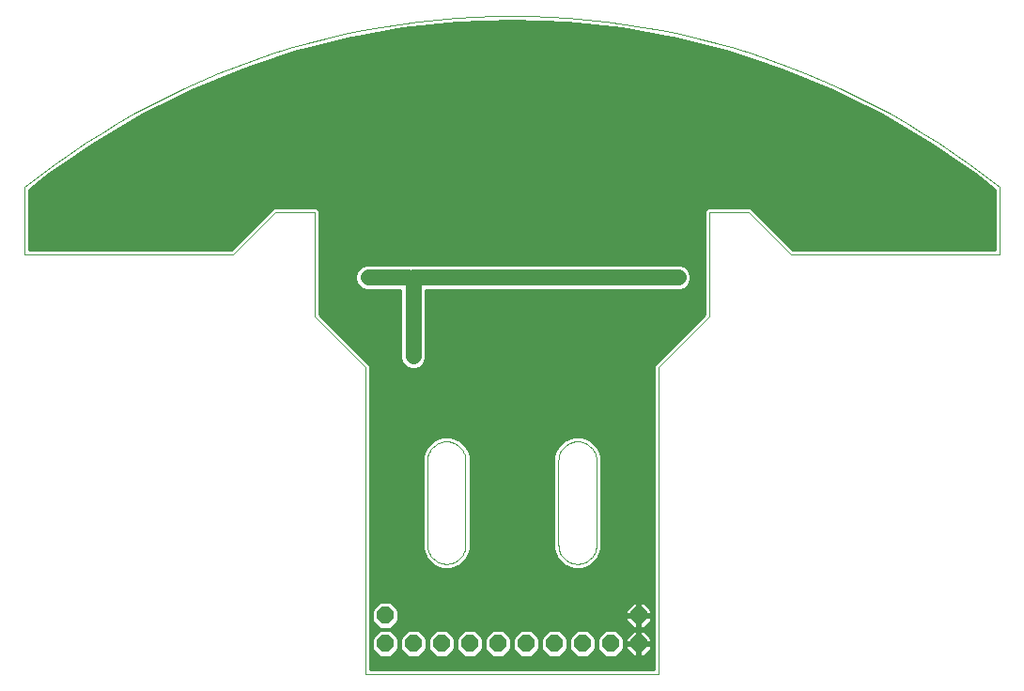
<source format=gbl>
G75*
%MOIN*%
%OFA0B0*%
%FSLAX24Y24*%
%IPPOS*%
%LPD*%
%AMOC8*
5,1,8,0,0,1.08239X$1,22.5*
%
%ADD10C,0.0000*%
%ADD11OC8,0.0600*%
%ADD12C,0.0317*%
%ADD13C,0.0560*%
%ADD14C,0.0100*%
%ADD15C,0.0356*%
D10*
X012260Y000228D02*
X012260Y011128D01*
X010460Y012928D01*
X010460Y016628D01*
X009060Y016628D01*
X007560Y015128D01*
X000160Y015128D01*
X000160Y017528D01*
X014460Y007828D02*
X014460Y004828D01*
X014462Y004778D01*
X014468Y004727D01*
X014477Y004678D01*
X014490Y004629D01*
X014507Y004581D01*
X014527Y004535D01*
X014550Y004491D01*
X014577Y004448D01*
X014607Y004407D01*
X014640Y004369D01*
X014676Y004333D01*
X014714Y004300D01*
X014755Y004270D01*
X014798Y004243D01*
X014842Y004220D01*
X014888Y004200D01*
X014936Y004183D01*
X014985Y004170D01*
X015034Y004161D01*
X015085Y004155D01*
X015135Y004153D01*
X015185Y004155D01*
X015236Y004161D01*
X015285Y004170D01*
X015334Y004183D01*
X015382Y004200D01*
X015428Y004220D01*
X015473Y004243D01*
X015515Y004270D01*
X015556Y004300D01*
X015594Y004333D01*
X015630Y004369D01*
X015663Y004407D01*
X015693Y004448D01*
X015720Y004491D01*
X015743Y004535D01*
X015763Y004581D01*
X015780Y004629D01*
X015793Y004678D01*
X015802Y004727D01*
X015808Y004778D01*
X015810Y004828D01*
X015810Y007828D01*
X015808Y007878D01*
X015802Y007929D01*
X015793Y007978D01*
X015780Y008027D01*
X015763Y008075D01*
X015743Y008121D01*
X015720Y008166D01*
X015693Y008208D01*
X015663Y008249D01*
X015630Y008287D01*
X015594Y008323D01*
X015556Y008356D01*
X015515Y008386D01*
X015473Y008413D01*
X015428Y008436D01*
X015382Y008456D01*
X015334Y008473D01*
X015285Y008486D01*
X015236Y008495D01*
X015185Y008501D01*
X015135Y008503D01*
X015085Y008501D01*
X015034Y008495D01*
X014985Y008486D01*
X014936Y008473D01*
X014888Y008456D01*
X014842Y008436D01*
X014798Y008413D01*
X014755Y008386D01*
X014714Y008356D01*
X014676Y008323D01*
X014640Y008287D01*
X014607Y008249D01*
X014577Y008208D01*
X014550Y008166D01*
X014527Y008121D01*
X014507Y008075D01*
X014490Y008027D01*
X014477Y007978D01*
X014468Y007929D01*
X014462Y007878D01*
X014460Y007828D01*
X019110Y007828D02*
X019110Y004828D01*
X019112Y004778D01*
X019118Y004727D01*
X019127Y004678D01*
X019140Y004629D01*
X019157Y004581D01*
X019177Y004535D01*
X019200Y004491D01*
X019227Y004448D01*
X019257Y004407D01*
X019290Y004369D01*
X019326Y004333D01*
X019364Y004300D01*
X019405Y004270D01*
X019448Y004243D01*
X019492Y004220D01*
X019538Y004200D01*
X019586Y004183D01*
X019635Y004170D01*
X019684Y004161D01*
X019735Y004155D01*
X019785Y004153D01*
X019835Y004155D01*
X019886Y004161D01*
X019935Y004170D01*
X019984Y004183D01*
X020032Y004200D01*
X020078Y004220D01*
X020123Y004243D01*
X020165Y004270D01*
X020206Y004300D01*
X020244Y004333D01*
X020280Y004369D01*
X020313Y004407D01*
X020343Y004448D01*
X020370Y004491D01*
X020393Y004535D01*
X020413Y004581D01*
X020430Y004629D01*
X020443Y004678D01*
X020452Y004727D01*
X020458Y004778D01*
X020460Y004828D01*
X020460Y007828D01*
X020458Y007878D01*
X020452Y007929D01*
X020443Y007978D01*
X020430Y008027D01*
X020413Y008075D01*
X020393Y008121D01*
X020370Y008166D01*
X020343Y008208D01*
X020313Y008249D01*
X020280Y008287D01*
X020244Y008323D01*
X020206Y008356D01*
X020165Y008386D01*
X020123Y008413D01*
X020078Y008436D01*
X020032Y008456D01*
X019984Y008473D01*
X019935Y008486D01*
X019886Y008495D01*
X019835Y008501D01*
X019785Y008503D01*
X019735Y008501D01*
X019684Y008495D01*
X019635Y008486D01*
X019586Y008473D01*
X019538Y008456D01*
X019492Y008436D01*
X019448Y008413D01*
X019405Y008386D01*
X019364Y008356D01*
X019326Y008323D01*
X019290Y008287D01*
X019257Y008249D01*
X019227Y008208D01*
X019200Y008166D01*
X019177Y008121D01*
X019157Y008075D01*
X019140Y008027D01*
X019127Y007978D01*
X019118Y007929D01*
X019112Y007878D01*
X019110Y007828D01*
X022660Y011128D02*
X024460Y012928D01*
X024460Y016628D01*
X025860Y016628D01*
X027360Y015128D01*
X034760Y015128D01*
X034760Y017528D01*
X022660Y011128D02*
X022660Y000228D01*
X012260Y000228D01*
X000160Y017528D02*
X000686Y017940D01*
X001221Y018338D01*
X001766Y018724D01*
X002320Y019097D01*
X002883Y019456D01*
X003454Y019801D01*
X004034Y020132D01*
X004621Y020450D01*
X005216Y020753D01*
X005818Y021041D01*
X006427Y021315D01*
X007042Y021574D01*
X007663Y021818D01*
X008291Y022047D01*
X008923Y022261D01*
X009560Y022460D01*
X010202Y022643D01*
X010849Y022810D01*
X011499Y022962D01*
X012152Y023098D01*
X012809Y023219D01*
X013468Y023323D01*
X014130Y023412D01*
X014794Y023484D01*
X015459Y023540D01*
X016125Y023581D01*
X016792Y023605D01*
X017460Y023613D01*
X018128Y023605D01*
X018795Y023581D01*
X019461Y023540D01*
X020126Y023484D01*
X020790Y023412D01*
X021452Y023323D01*
X022111Y023219D01*
X022768Y023098D01*
X023421Y022962D01*
X024071Y022810D01*
X024718Y022643D01*
X025360Y022460D01*
X025997Y022261D01*
X026629Y022047D01*
X027257Y021818D01*
X027878Y021574D01*
X028493Y021315D01*
X029102Y021041D01*
X029704Y020753D01*
X030299Y020450D01*
X030886Y020132D01*
X031466Y019801D01*
X032037Y019456D01*
X032600Y019097D01*
X033154Y018724D01*
X033699Y018338D01*
X034234Y017940D01*
X034760Y017528D01*
D11*
X021960Y002328D03*
X021960Y001328D03*
X020960Y001328D03*
X019960Y001328D03*
X018960Y001328D03*
X017960Y001328D03*
X016960Y001328D03*
X015960Y001328D03*
X014960Y001328D03*
X013960Y001328D03*
X012960Y001328D03*
X012960Y002328D03*
D12*
X012360Y014328D03*
X013760Y014328D03*
X015360Y014328D03*
X016960Y014328D03*
X018560Y014328D03*
X020160Y014328D03*
X021760Y014328D03*
X023360Y014328D03*
X028360Y018328D03*
X032660Y017128D03*
X023960Y019528D03*
X019460Y020728D03*
X015160Y020728D03*
X010860Y019528D03*
X006560Y018328D03*
X002260Y017128D03*
D13*
X012360Y014328D02*
X013760Y014328D01*
X013960Y014328D02*
X013960Y011528D01*
X013960Y014328D02*
X015360Y014328D01*
X016960Y014328D01*
X018560Y014328D01*
X020160Y014328D01*
X021760Y014328D01*
X023360Y014328D01*
D14*
X023669Y014656D02*
X024290Y014656D01*
X024290Y014754D02*
X023507Y014754D01*
X023449Y014778D02*
X017049Y014778D01*
X013870Y014778D01*
X013860Y014774D01*
X013849Y014778D01*
X012270Y014778D01*
X012105Y014710D01*
X011978Y014583D01*
X011910Y014418D01*
X011910Y014239D01*
X011978Y014074D01*
X012105Y013947D01*
X012270Y013878D01*
X013510Y013878D01*
X013510Y011439D01*
X013578Y011274D01*
X013705Y011147D01*
X013870Y011078D01*
X014049Y011078D01*
X014215Y011147D01*
X014341Y011274D01*
X014410Y011439D01*
X014410Y013878D01*
X023449Y013878D01*
X023615Y013947D01*
X023741Y014074D01*
X023810Y014239D01*
X023810Y014418D01*
X023741Y014583D01*
X023615Y014710D01*
X023449Y014778D01*
X023752Y014557D02*
X024290Y014557D01*
X024290Y014459D02*
X023793Y014459D01*
X023810Y014360D02*
X024290Y014360D01*
X024290Y014262D02*
X023810Y014262D01*
X023778Y014163D02*
X024290Y014163D01*
X024290Y014065D02*
X023733Y014065D01*
X023634Y013966D02*
X024290Y013966D01*
X024290Y013868D02*
X014410Y013868D01*
X014410Y013769D02*
X024290Y013769D01*
X024290Y013671D02*
X014410Y013671D01*
X014410Y013572D02*
X024290Y013572D01*
X024290Y013474D02*
X014410Y013474D01*
X014410Y013375D02*
X024290Y013375D01*
X024290Y013277D02*
X014410Y013277D01*
X014410Y013178D02*
X024290Y013178D01*
X024290Y013080D02*
X014410Y013080D01*
X014410Y012981D02*
X024272Y012981D01*
X024290Y012999D02*
X022490Y011199D01*
X022490Y000398D01*
X012430Y000398D01*
X012430Y011199D01*
X010630Y012999D01*
X010630Y016558D01*
X010630Y016699D01*
X010530Y016798D01*
X008989Y016798D01*
X007489Y015298D01*
X000330Y015298D01*
X000330Y017445D01*
X001039Y017994D01*
X002647Y019107D01*
X004330Y020102D01*
X006080Y020975D01*
X007887Y021721D01*
X009743Y022337D01*
X011637Y022819D01*
X013562Y023165D01*
X015506Y023374D01*
X017460Y023443D01*
X019414Y023374D01*
X021358Y023165D01*
X023282Y022819D01*
X025177Y022337D01*
X027033Y021721D01*
X028840Y020975D01*
X030589Y020102D01*
X032272Y019107D01*
X033880Y017994D01*
X034590Y017445D01*
X034590Y015298D01*
X027430Y015298D01*
X025930Y016798D01*
X024389Y016798D01*
X024290Y016699D01*
X024290Y012999D01*
X024174Y012883D02*
X014410Y012883D01*
X014410Y012784D02*
X024075Y012784D01*
X023977Y012686D02*
X014410Y012686D01*
X014410Y012587D02*
X023878Y012587D01*
X023780Y012489D02*
X014410Y012489D01*
X014410Y012390D02*
X023681Y012390D01*
X023583Y012292D02*
X014410Y012292D01*
X014410Y012193D02*
X023484Y012193D01*
X023386Y012095D02*
X014410Y012095D01*
X014410Y011996D02*
X023287Y011996D01*
X023189Y011898D02*
X014410Y011898D01*
X014410Y011799D02*
X023090Y011799D01*
X022992Y011701D02*
X014410Y011701D01*
X014410Y011602D02*
X022893Y011602D01*
X022795Y011504D02*
X014410Y011504D01*
X014396Y011405D02*
X022696Y011405D01*
X022598Y011307D02*
X014355Y011307D01*
X014276Y011208D02*
X022499Y011208D01*
X022490Y011110D02*
X014125Y011110D01*
X013794Y011110D02*
X012430Y011110D01*
X012430Y011011D02*
X022490Y011011D01*
X022490Y010913D02*
X012430Y010913D01*
X012430Y010814D02*
X022490Y010814D01*
X022490Y010716D02*
X012430Y010716D01*
X012430Y010617D02*
X022490Y010617D01*
X022490Y010519D02*
X012430Y010519D01*
X012430Y010420D02*
X022490Y010420D01*
X022490Y010322D02*
X012430Y010322D01*
X012430Y010223D02*
X022490Y010223D01*
X022490Y010125D02*
X012430Y010125D01*
X012430Y010026D02*
X022490Y010026D01*
X022490Y009928D02*
X012430Y009928D01*
X012430Y009829D02*
X022490Y009829D01*
X022490Y009731D02*
X012430Y009731D01*
X012430Y009632D02*
X022490Y009632D01*
X022490Y009534D02*
X012430Y009534D01*
X012430Y009435D02*
X022490Y009435D01*
X022490Y009337D02*
X012430Y009337D01*
X012430Y009238D02*
X022490Y009238D01*
X022490Y009140D02*
X012430Y009140D01*
X012430Y009041D02*
X022490Y009041D01*
X022490Y008943D02*
X012430Y008943D01*
X012430Y008844D02*
X022490Y008844D01*
X022490Y008746D02*
X012430Y008746D01*
X012430Y008647D02*
X014904Y008647D01*
X014967Y008673D02*
X014656Y008545D01*
X014418Y008307D01*
X014290Y007997D01*
X014290Y004660D01*
X014418Y004350D01*
X014656Y004112D01*
X014656Y004112D01*
X014967Y003983D01*
X015303Y003983D01*
X015613Y004112D01*
X015851Y004350D01*
X015980Y004660D01*
X015980Y004899D01*
X015980Y007758D01*
X015980Y007997D01*
X015851Y008307D01*
X015851Y008307D01*
X015613Y008545D01*
X015303Y008673D01*
X014967Y008673D01*
X014666Y008549D02*
X012430Y008549D01*
X012430Y008450D02*
X014562Y008450D01*
X014656Y008545D02*
X014656Y008545D01*
X014463Y008352D02*
X012430Y008352D01*
X012430Y008253D02*
X014396Y008253D01*
X014418Y008307D02*
X014418Y008307D01*
X014355Y008155D02*
X012430Y008155D01*
X012430Y008056D02*
X014315Y008056D01*
X014290Y007958D02*
X012430Y007958D01*
X012430Y007859D02*
X014290Y007859D01*
X014290Y007761D02*
X012430Y007761D01*
X012430Y007662D02*
X014290Y007662D01*
X014290Y007564D02*
X012430Y007564D01*
X012430Y007465D02*
X014290Y007465D01*
X014290Y007367D02*
X012430Y007367D01*
X012430Y007268D02*
X014290Y007268D01*
X014290Y007170D02*
X012430Y007170D01*
X012430Y007071D02*
X014290Y007071D01*
X014290Y006973D02*
X012430Y006973D01*
X012430Y006874D02*
X014290Y006874D01*
X014290Y006776D02*
X012430Y006776D01*
X012430Y006677D02*
X014290Y006677D01*
X014290Y006579D02*
X012430Y006579D01*
X012430Y006480D02*
X014290Y006480D01*
X014290Y006382D02*
X012430Y006382D01*
X012430Y006283D02*
X014290Y006283D01*
X014290Y006185D02*
X012430Y006185D01*
X012430Y006086D02*
X014290Y006086D01*
X014290Y005988D02*
X012430Y005988D01*
X012430Y005889D02*
X014290Y005889D01*
X014290Y005791D02*
X012430Y005791D01*
X012430Y005692D02*
X014290Y005692D01*
X014290Y005594D02*
X012430Y005594D01*
X012430Y005495D02*
X014290Y005495D01*
X014290Y005397D02*
X012430Y005397D01*
X012430Y005298D02*
X014290Y005298D01*
X014290Y005200D02*
X012430Y005200D01*
X012430Y005101D02*
X014290Y005101D01*
X014290Y005003D02*
X012430Y005003D01*
X012430Y004904D02*
X014290Y004904D01*
X014290Y004806D02*
X012430Y004806D01*
X012430Y004707D02*
X014290Y004707D01*
X014311Y004609D02*
X012430Y004609D01*
X012430Y004510D02*
X014352Y004510D01*
X014393Y004412D02*
X012430Y004412D01*
X012430Y004313D02*
X014455Y004313D01*
X014418Y004350D02*
X014418Y004350D01*
X014553Y004215D02*
X012430Y004215D01*
X012430Y004116D02*
X014652Y004116D01*
X014883Y004018D02*
X012430Y004018D01*
X012430Y003919D02*
X022490Y003919D01*
X022490Y003821D02*
X012430Y003821D01*
X012430Y003722D02*
X022490Y003722D01*
X022490Y003624D02*
X012430Y003624D01*
X012430Y003525D02*
X022490Y003525D01*
X022490Y003427D02*
X012430Y003427D01*
X012430Y003328D02*
X022490Y003328D01*
X022490Y003230D02*
X012430Y003230D01*
X012430Y003131D02*
X022490Y003131D01*
X022490Y003033D02*
X012430Y003033D01*
X012430Y002934D02*
X022490Y002934D01*
X022490Y002836D02*
X012430Y002836D01*
X012430Y002737D02*
X012704Y002737D01*
X012765Y002798D02*
X012490Y002523D01*
X012490Y002134D01*
X012765Y001858D01*
X013154Y001858D01*
X013430Y002134D01*
X013430Y002523D01*
X013154Y002798D01*
X012765Y002798D01*
X012606Y002639D02*
X012430Y002639D01*
X012430Y002540D02*
X012507Y002540D01*
X012490Y002442D02*
X012430Y002442D01*
X012430Y002343D02*
X012490Y002343D01*
X012490Y002245D02*
X012430Y002245D01*
X012430Y002146D02*
X012490Y002146D01*
X012430Y002048D02*
X012576Y002048D01*
X012674Y001949D02*
X012430Y001949D01*
X012430Y001851D02*
X022490Y001851D01*
X022490Y001949D02*
X022217Y001949D01*
X022146Y001878D02*
X022010Y001878D01*
X022010Y002278D01*
X021910Y002278D01*
X021910Y001878D01*
X021773Y001878D01*
X021510Y002142D01*
X021510Y002278D01*
X021910Y002278D01*
X021910Y002378D01*
X021510Y002378D01*
X021510Y002515D01*
X021773Y002778D01*
X021910Y002778D01*
X021910Y002378D01*
X022010Y002378D01*
X022410Y002378D01*
X022410Y002515D01*
X022146Y002778D01*
X022010Y002778D01*
X022010Y002378D01*
X022010Y002278D01*
X022410Y002278D01*
X022410Y002142D01*
X022146Y001878D01*
X022146Y001778D02*
X022010Y001778D01*
X022010Y001378D01*
X022410Y001378D01*
X022410Y001515D01*
X022146Y001778D01*
X022172Y001752D02*
X022490Y001752D01*
X022490Y001654D02*
X022271Y001654D01*
X022369Y001555D02*
X022490Y001555D01*
X022490Y001457D02*
X022410Y001457D01*
X022490Y001358D02*
X022010Y001358D01*
X022010Y001378D02*
X022010Y001278D01*
X022010Y000878D01*
X022146Y000878D01*
X022410Y001142D01*
X022410Y001278D01*
X022010Y001278D01*
X021910Y001278D01*
X021910Y000878D01*
X021773Y000878D01*
X021510Y001142D01*
X021510Y001278D01*
X021910Y001278D01*
X021910Y001378D01*
X021510Y001378D01*
X021510Y001515D01*
X021773Y001778D01*
X021910Y001778D01*
X021910Y001378D01*
X022010Y001378D01*
X021960Y001328D02*
X021960Y002328D01*
X021960Y012528D01*
X023238Y013807D01*
X023768Y013807D01*
X024081Y014120D01*
X024081Y014689D01*
X023825Y014945D01*
X017764Y014945D01*
X017360Y015349D01*
X017360Y020828D01*
X019360Y020828D01*
X019460Y020728D01*
X020560Y019628D01*
X023860Y019628D01*
X023960Y019528D01*
X025060Y018428D01*
X028260Y018428D01*
X028360Y018328D01*
X029560Y017128D01*
X032660Y017128D01*
X032560Y017228D01*
X033865Y018005D02*
X001055Y018005D01*
X000926Y017906D02*
X033994Y017906D01*
X034121Y017808D02*
X000799Y017808D01*
X000671Y017709D02*
X034248Y017709D01*
X034375Y017611D02*
X000544Y017611D01*
X000417Y017512D02*
X034503Y017512D01*
X034590Y017414D02*
X000330Y017414D01*
X000330Y017315D02*
X034590Y017315D01*
X034590Y017217D02*
X000330Y017217D01*
X000330Y017118D02*
X034590Y017118D01*
X034590Y017020D02*
X000330Y017020D01*
X000330Y016921D02*
X034590Y016921D01*
X034590Y016823D02*
X000330Y016823D01*
X000330Y016724D02*
X008915Y016724D01*
X008817Y016626D02*
X000330Y016626D01*
X000330Y016527D02*
X008718Y016527D01*
X008620Y016429D02*
X000330Y016429D01*
X000330Y016330D02*
X008521Y016330D01*
X008423Y016232D02*
X000330Y016232D01*
X000330Y016133D02*
X008324Y016133D01*
X008226Y016035D02*
X000330Y016035D01*
X000330Y015936D02*
X008127Y015936D01*
X008029Y015838D02*
X000330Y015838D01*
X000330Y015739D02*
X007930Y015739D01*
X007832Y015641D02*
X000330Y015641D01*
X000330Y015542D02*
X007733Y015542D01*
X007635Y015444D02*
X000330Y015444D01*
X000330Y015345D02*
X007536Y015345D01*
X005360Y017128D02*
X006560Y018328D01*
X006660Y018428D01*
X009760Y018428D01*
X010860Y019528D01*
X010960Y019628D01*
X014060Y019628D01*
X015160Y020728D01*
X015260Y020828D01*
X017360Y020828D01*
X014122Y023225D02*
X020797Y023225D01*
X021571Y023127D02*
X013348Y023127D01*
X012801Y023028D02*
X022119Y023028D01*
X022666Y022930D02*
X012253Y022930D01*
X011706Y022831D02*
X023214Y022831D01*
X023621Y022733D02*
X011299Y022733D01*
X010912Y022634D02*
X024008Y022634D01*
X024395Y022536D02*
X010525Y022536D01*
X010138Y022437D02*
X024782Y022437D01*
X025169Y022339D02*
X009751Y022339D01*
X009452Y022240D02*
X025468Y022240D01*
X025764Y022142D02*
X009155Y022142D01*
X008858Y022043D02*
X026061Y022043D01*
X026358Y021945D02*
X008561Y021945D01*
X008265Y021846D02*
X026655Y021846D01*
X026952Y021748D02*
X007968Y021748D01*
X007713Y021649D02*
X027206Y021649D01*
X027445Y021551D02*
X007475Y021551D01*
X007236Y021452D02*
X027683Y021452D01*
X027922Y021354D02*
X006998Y021354D01*
X006759Y021255D02*
X028160Y021255D01*
X028399Y021157D02*
X006521Y021157D01*
X006282Y021058D02*
X028637Y021058D01*
X028870Y020960D02*
X006050Y020960D01*
X005852Y020861D02*
X029067Y020861D01*
X029264Y020763D02*
X005655Y020763D01*
X005458Y020664D02*
X029462Y020664D01*
X029659Y020566D02*
X005260Y020566D01*
X005063Y020467D02*
X029857Y020467D01*
X030054Y020369D02*
X004865Y020369D01*
X004668Y020270D02*
X030251Y020270D01*
X030449Y020172D02*
X004471Y020172D01*
X004282Y020073D02*
X030637Y020073D01*
X030804Y019975D02*
X004116Y019975D01*
X003949Y019876D02*
X030970Y019876D01*
X031137Y019778D02*
X003782Y019778D01*
X003616Y019679D02*
X031304Y019679D01*
X031470Y019581D02*
X003449Y019581D01*
X003283Y019482D02*
X031637Y019482D01*
X031803Y019384D02*
X003116Y019384D01*
X002950Y019285D02*
X031970Y019285D01*
X032136Y019187D02*
X002783Y019187D01*
X002621Y019088D02*
X032299Y019088D01*
X032441Y018990D02*
X002479Y018990D01*
X002336Y018891D02*
X032583Y018891D01*
X032726Y018793D02*
X002194Y018793D01*
X002051Y018694D02*
X032868Y018694D01*
X033010Y018596D02*
X001909Y018596D01*
X001767Y018497D02*
X033153Y018497D01*
X033295Y018399D02*
X001624Y018399D01*
X001482Y018300D02*
X033438Y018300D01*
X033580Y018202D02*
X001340Y018202D01*
X001197Y018103D02*
X033722Y018103D01*
X034590Y016724D02*
X026004Y016724D01*
X026103Y016626D02*
X034590Y016626D01*
X034590Y016527D02*
X026201Y016527D01*
X026300Y016429D02*
X034590Y016429D01*
X034590Y016330D02*
X026398Y016330D01*
X026497Y016232D02*
X034590Y016232D01*
X034590Y016133D02*
X026595Y016133D01*
X026694Y016035D02*
X034590Y016035D01*
X034590Y015936D02*
X026792Y015936D01*
X026891Y015838D02*
X034590Y015838D01*
X034590Y015739D02*
X026989Y015739D01*
X027088Y015641D02*
X034590Y015641D01*
X034590Y015542D02*
X027186Y015542D01*
X027285Y015444D02*
X034590Y015444D01*
X034590Y015345D02*
X027383Y015345D01*
X024290Y015345D02*
X010630Y015345D01*
X010630Y015247D02*
X024290Y015247D01*
X024290Y015148D02*
X010630Y015148D01*
X010630Y015050D02*
X024290Y015050D01*
X024290Y014951D02*
X010630Y014951D01*
X010630Y014853D02*
X024290Y014853D01*
X024290Y015444D02*
X010630Y015444D01*
X010630Y015542D02*
X024290Y015542D01*
X024290Y015641D02*
X010630Y015641D01*
X010630Y015739D02*
X024290Y015739D01*
X024290Y015838D02*
X010630Y015838D01*
X010630Y015936D02*
X024290Y015936D01*
X024290Y016035D02*
X010630Y016035D01*
X010630Y016133D02*
X024290Y016133D01*
X024290Y016232D02*
X010630Y016232D01*
X010630Y016330D02*
X024290Y016330D01*
X024290Y016429D02*
X010630Y016429D01*
X010630Y016527D02*
X024290Y016527D01*
X024290Y016626D02*
X010630Y016626D01*
X010604Y016724D02*
X024315Y016724D01*
X019879Y023324D02*
X015041Y023324D01*
X016872Y023422D02*
X018048Y023422D01*
X012212Y014754D02*
X010630Y014754D01*
X010630Y014656D02*
X012051Y014656D01*
X011968Y014557D02*
X010630Y014557D01*
X010630Y014459D02*
X011927Y014459D01*
X011910Y014360D02*
X010630Y014360D01*
X010630Y014262D02*
X011910Y014262D01*
X011941Y014163D02*
X010630Y014163D01*
X010630Y014065D02*
X011987Y014065D01*
X012085Y013966D02*
X010630Y013966D01*
X010630Y013868D02*
X013510Y013868D01*
X013510Y013769D02*
X010630Y013769D01*
X010630Y013671D02*
X013510Y013671D01*
X013510Y013572D02*
X010630Y013572D01*
X010630Y013474D02*
X013510Y013474D01*
X013510Y013375D02*
X010630Y013375D01*
X010630Y013277D02*
X013510Y013277D01*
X013510Y013178D02*
X010630Y013178D01*
X010630Y013080D02*
X013510Y013080D01*
X013510Y012981D02*
X010647Y012981D01*
X010746Y012883D02*
X013510Y012883D01*
X013510Y012784D02*
X010844Y012784D01*
X010943Y012686D02*
X013510Y012686D01*
X013510Y012587D02*
X011041Y012587D01*
X011140Y012489D02*
X013510Y012489D01*
X013510Y012390D02*
X011238Y012390D01*
X011337Y012292D02*
X013510Y012292D01*
X013510Y012193D02*
X011435Y012193D01*
X011534Y012095D02*
X013510Y012095D01*
X013510Y011996D02*
X011632Y011996D01*
X011731Y011898D02*
X013510Y011898D01*
X013510Y011799D02*
X011829Y011799D01*
X011928Y011701D02*
X013510Y011701D01*
X013510Y011602D02*
X012026Y011602D01*
X012125Y011504D02*
X013510Y011504D01*
X013524Y011405D02*
X012223Y011405D01*
X012322Y011307D02*
X013564Y011307D01*
X013643Y011208D02*
X012420Y011208D01*
X015366Y008647D02*
X019554Y008647D01*
X019617Y008673D02*
X019306Y008545D01*
X019068Y008307D01*
X018940Y007997D01*
X018940Y004660D01*
X019068Y004350D01*
X019306Y004112D01*
X019306Y004112D01*
X019306Y004112D01*
X019617Y003983D01*
X019953Y003983D01*
X020263Y004112D01*
X020501Y004350D01*
X020630Y004660D01*
X020630Y004758D01*
X020630Y007997D01*
X020501Y008307D01*
X020501Y008307D01*
X020263Y008545D01*
X019953Y008673D01*
X019617Y008673D01*
X019316Y008549D02*
X015603Y008549D01*
X015613Y008545D02*
X015613Y008545D01*
X015708Y008450D02*
X019212Y008450D01*
X019306Y008545D02*
X019306Y008545D01*
X019113Y008352D02*
X015806Y008352D01*
X015873Y008253D02*
X019046Y008253D01*
X019068Y008307D02*
X019068Y008307D01*
X019005Y008155D02*
X015914Y008155D01*
X015955Y008056D02*
X018965Y008056D01*
X018940Y007958D02*
X015980Y007958D01*
X015980Y007859D02*
X018940Y007859D01*
X018940Y007761D02*
X015980Y007761D01*
X015980Y007662D02*
X018940Y007662D01*
X018940Y007564D02*
X015980Y007564D01*
X015980Y007465D02*
X018940Y007465D01*
X018940Y007367D02*
X015980Y007367D01*
X015980Y007268D02*
X018940Y007268D01*
X018940Y007170D02*
X015980Y007170D01*
X015980Y007071D02*
X018940Y007071D01*
X018940Y006973D02*
X015980Y006973D01*
X015980Y006874D02*
X018940Y006874D01*
X018940Y006776D02*
X015980Y006776D01*
X015980Y006677D02*
X018940Y006677D01*
X018940Y006579D02*
X015980Y006579D01*
X015980Y006480D02*
X018940Y006480D01*
X018940Y006382D02*
X015980Y006382D01*
X015980Y006283D02*
X018940Y006283D01*
X018940Y006185D02*
X015980Y006185D01*
X015980Y006086D02*
X018940Y006086D01*
X018940Y005988D02*
X015980Y005988D01*
X015980Y005889D02*
X018940Y005889D01*
X018940Y005791D02*
X015980Y005791D01*
X015980Y005692D02*
X018940Y005692D01*
X018940Y005594D02*
X015980Y005594D01*
X015980Y005495D02*
X018940Y005495D01*
X018940Y005397D02*
X015980Y005397D01*
X015980Y005298D02*
X018940Y005298D01*
X018940Y005200D02*
X015980Y005200D01*
X015980Y005101D02*
X018940Y005101D01*
X018940Y005003D02*
X015980Y005003D01*
X015980Y004904D02*
X018940Y004904D01*
X018940Y004806D02*
X015980Y004806D01*
X015980Y004707D02*
X018940Y004707D01*
X018961Y004609D02*
X015958Y004609D01*
X015918Y004510D02*
X019002Y004510D01*
X019043Y004412D02*
X015877Y004412D01*
X015851Y004350D02*
X015851Y004350D01*
X015815Y004313D02*
X019105Y004313D01*
X019068Y004350D02*
X019068Y004350D01*
X019203Y004215D02*
X015716Y004215D01*
X015618Y004116D02*
X019302Y004116D01*
X019533Y004018D02*
X015386Y004018D01*
X015613Y004112D02*
X015613Y004112D01*
X013314Y002639D02*
X021634Y002639D01*
X021732Y002737D02*
X013215Y002737D01*
X013412Y002540D02*
X021535Y002540D01*
X021510Y002442D02*
X013430Y002442D01*
X013430Y002343D02*
X021910Y002343D01*
X021910Y002245D02*
X022010Y002245D01*
X022010Y002343D02*
X022490Y002343D01*
X022490Y002245D02*
X022410Y002245D01*
X022410Y002146D02*
X022490Y002146D01*
X022490Y002048D02*
X022316Y002048D01*
X022010Y002048D02*
X021910Y002048D01*
X021910Y002146D02*
X022010Y002146D01*
X022010Y001949D02*
X021910Y001949D01*
X021910Y001752D02*
X022010Y001752D01*
X022010Y001654D02*
X021910Y001654D01*
X021910Y001555D02*
X022010Y001555D01*
X022010Y001457D02*
X021910Y001457D01*
X021910Y001358D02*
X021430Y001358D01*
X021430Y001260D02*
X021510Y001260D01*
X021510Y001161D02*
X021430Y001161D01*
X021430Y001134D02*
X021154Y000858D01*
X020765Y000858D01*
X020490Y001134D01*
X020490Y001523D01*
X020765Y001798D01*
X021154Y001798D01*
X021430Y001523D01*
X021430Y001134D01*
X021359Y001063D02*
X021589Y001063D01*
X021687Y000964D02*
X021260Y000964D01*
X021162Y000866D02*
X022490Y000866D01*
X022490Y000964D02*
X022232Y000964D01*
X022331Y001063D02*
X022490Y001063D01*
X022490Y001161D02*
X022410Y001161D01*
X022410Y001260D02*
X022490Y001260D01*
X022010Y001260D02*
X021910Y001260D01*
X021910Y001161D02*
X022010Y001161D01*
X022010Y001063D02*
X021910Y001063D01*
X021910Y000964D02*
X022010Y000964D01*
X022490Y000767D02*
X012430Y000767D01*
X012430Y000669D02*
X022490Y000669D01*
X022490Y000570D02*
X012430Y000570D01*
X012430Y000472D02*
X022490Y000472D01*
X021510Y001457D02*
X021430Y001457D01*
X021397Y001555D02*
X021550Y001555D01*
X021649Y001654D02*
X021299Y001654D01*
X021200Y001752D02*
X021747Y001752D01*
X021702Y001949D02*
X013245Y001949D01*
X013344Y002048D02*
X021604Y002048D01*
X021510Y002146D02*
X013430Y002146D01*
X013430Y002245D02*
X021510Y002245D01*
X021910Y002442D02*
X022010Y002442D01*
X022010Y002540D02*
X021910Y002540D01*
X021910Y002639D02*
X022010Y002639D01*
X022010Y002737D02*
X021910Y002737D01*
X022187Y002737D02*
X022490Y002737D01*
X022490Y002639D02*
X022286Y002639D01*
X022384Y002540D02*
X022490Y002540D01*
X022490Y002442D02*
X022410Y002442D01*
X020719Y001752D02*
X020200Y001752D01*
X020154Y001798D02*
X019765Y001798D01*
X019490Y001523D01*
X019490Y001134D01*
X019765Y000858D01*
X020154Y000858D01*
X020430Y001134D01*
X020430Y001523D01*
X020154Y001798D01*
X020299Y001654D02*
X020621Y001654D01*
X020522Y001555D02*
X020397Y001555D01*
X020430Y001457D02*
X020490Y001457D01*
X020490Y001358D02*
X020430Y001358D01*
X020430Y001260D02*
X020490Y001260D01*
X020490Y001161D02*
X020430Y001161D01*
X020359Y001063D02*
X020561Y001063D01*
X020659Y000964D02*
X020260Y000964D01*
X020162Y000866D02*
X020758Y000866D01*
X019758Y000866D02*
X019162Y000866D01*
X019154Y000858D02*
X019430Y001134D01*
X019430Y001523D01*
X019154Y001798D01*
X018765Y001798D01*
X018490Y001523D01*
X018490Y001134D01*
X018765Y000858D01*
X019154Y000858D01*
X019260Y000964D02*
X019659Y000964D01*
X019561Y001063D02*
X019359Y001063D01*
X019430Y001161D02*
X019490Y001161D01*
X019490Y001260D02*
X019430Y001260D01*
X019430Y001358D02*
X019490Y001358D01*
X019490Y001457D02*
X019430Y001457D01*
X019397Y001555D02*
X019522Y001555D01*
X019621Y001654D02*
X019299Y001654D01*
X019200Y001752D02*
X019719Y001752D01*
X018719Y001752D02*
X018200Y001752D01*
X018154Y001798D02*
X018430Y001523D01*
X018430Y001134D01*
X018154Y000858D01*
X017765Y000858D01*
X017490Y001134D01*
X017490Y001523D01*
X017765Y001798D01*
X018154Y001798D01*
X018299Y001654D02*
X018621Y001654D01*
X018522Y001555D02*
X018397Y001555D01*
X018430Y001457D02*
X018490Y001457D01*
X018490Y001358D02*
X018430Y001358D01*
X018430Y001260D02*
X018490Y001260D01*
X018490Y001161D02*
X018430Y001161D01*
X018359Y001063D02*
X018561Y001063D01*
X018659Y000964D02*
X018260Y000964D01*
X018162Y000866D02*
X018758Y000866D01*
X017758Y000866D02*
X017162Y000866D01*
X017154Y000858D02*
X017430Y001134D01*
X017430Y001523D01*
X017154Y001798D01*
X016765Y001798D01*
X016490Y001523D01*
X016490Y001134D01*
X016765Y000858D01*
X017154Y000858D01*
X017260Y000964D02*
X017659Y000964D01*
X017561Y001063D02*
X017359Y001063D01*
X017430Y001161D02*
X017490Y001161D01*
X017490Y001260D02*
X017430Y001260D01*
X017430Y001358D02*
X017490Y001358D01*
X017490Y001457D02*
X017430Y001457D01*
X017397Y001555D02*
X017522Y001555D01*
X017621Y001654D02*
X017299Y001654D01*
X017200Y001752D02*
X017719Y001752D01*
X016719Y001752D02*
X016200Y001752D01*
X016154Y001798D02*
X015765Y001798D01*
X015490Y001523D01*
X015490Y001134D01*
X015765Y000858D01*
X016154Y000858D01*
X016430Y001134D01*
X016430Y001523D01*
X016154Y001798D01*
X016299Y001654D02*
X016621Y001654D01*
X016522Y001555D02*
X016397Y001555D01*
X016430Y001457D02*
X016490Y001457D01*
X016490Y001358D02*
X016430Y001358D01*
X016430Y001260D02*
X016490Y001260D01*
X016490Y001161D02*
X016430Y001161D01*
X016359Y001063D02*
X016561Y001063D01*
X016659Y000964D02*
X016260Y000964D01*
X016162Y000866D02*
X016758Y000866D01*
X015758Y000866D02*
X015162Y000866D01*
X015154Y000858D02*
X015430Y001134D01*
X015430Y001523D01*
X015154Y001798D01*
X014765Y001798D01*
X014490Y001523D01*
X014490Y001134D01*
X014765Y000858D01*
X015154Y000858D01*
X015260Y000964D02*
X015659Y000964D01*
X015561Y001063D02*
X015359Y001063D01*
X015430Y001161D02*
X015490Y001161D01*
X015490Y001260D02*
X015430Y001260D01*
X015430Y001358D02*
X015490Y001358D01*
X015490Y001457D02*
X015430Y001457D01*
X015397Y001555D02*
X015522Y001555D01*
X015621Y001654D02*
X015299Y001654D01*
X015200Y001752D02*
X015719Y001752D01*
X014719Y001752D02*
X014200Y001752D01*
X014154Y001798D02*
X013765Y001798D01*
X013490Y001523D01*
X013490Y001134D01*
X013765Y000858D01*
X014154Y000858D01*
X014430Y001134D01*
X014430Y001523D01*
X014154Y001798D01*
X014299Y001654D02*
X014621Y001654D01*
X014522Y001555D02*
X014397Y001555D01*
X014430Y001457D02*
X014490Y001457D01*
X014490Y001358D02*
X014430Y001358D01*
X014430Y001260D02*
X014490Y001260D01*
X014490Y001161D02*
X014430Y001161D01*
X014359Y001063D02*
X014561Y001063D01*
X014659Y000964D02*
X014260Y000964D01*
X014162Y000866D02*
X014758Y000866D01*
X013758Y000866D02*
X013162Y000866D01*
X013154Y000858D02*
X013430Y001134D01*
X013430Y001523D01*
X013154Y001798D01*
X012765Y001798D01*
X012490Y001523D01*
X012490Y001134D01*
X012765Y000858D01*
X013154Y000858D01*
X013260Y000964D02*
X013659Y000964D01*
X013561Y001063D02*
X013359Y001063D01*
X013430Y001161D02*
X013490Y001161D01*
X013490Y001260D02*
X013430Y001260D01*
X013430Y001358D02*
X013490Y001358D01*
X013490Y001457D02*
X013430Y001457D01*
X013397Y001555D02*
X013522Y001555D01*
X013621Y001654D02*
X013299Y001654D01*
X013200Y001752D02*
X013719Y001752D01*
X012719Y001752D02*
X012430Y001752D01*
X012430Y001654D02*
X012621Y001654D01*
X012522Y001555D02*
X012430Y001555D01*
X012430Y001457D02*
X012490Y001457D01*
X012490Y001358D02*
X012430Y001358D01*
X012430Y001260D02*
X012490Y001260D01*
X012490Y001161D02*
X012430Y001161D01*
X012430Y001063D02*
X012561Y001063D01*
X012659Y000964D02*
X012430Y000964D01*
X012430Y000866D02*
X012758Y000866D01*
X020036Y004018D02*
X022490Y004018D01*
X022490Y004116D02*
X020268Y004116D01*
X020263Y004112D02*
X020263Y004112D01*
X020366Y004215D02*
X022490Y004215D01*
X022490Y004313D02*
X020465Y004313D01*
X020501Y004350D02*
X020501Y004350D01*
X020527Y004412D02*
X022490Y004412D01*
X022490Y004510D02*
X020568Y004510D01*
X020608Y004609D02*
X022490Y004609D01*
X022490Y004707D02*
X020630Y004707D01*
X020630Y004806D02*
X022490Y004806D01*
X022490Y004904D02*
X020630Y004904D01*
X020630Y005003D02*
X022490Y005003D01*
X022490Y005101D02*
X020630Y005101D01*
X020630Y005200D02*
X022490Y005200D01*
X022490Y005298D02*
X020630Y005298D01*
X020630Y005397D02*
X022490Y005397D01*
X022490Y005495D02*
X020630Y005495D01*
X020630Y005594D02*
X022490Y005594D01*
X022490Y005692D02*
X020630Y005692D01*
X020630Y005791D02*
X022490Y005791D01*
X022490Y005889D02*
X020630Y005889D01*
X020630Y005988D02*
X022490Y005988D01*
X022490Y006086D02*
X020630Y006086D01*
X020630Y006185D02*
X022490Y006185D01*
X022490Y006283D02*
X020630Y006283D01*
X020630Y006382D02*
X022490Y006382D01*
X022490Y006480D02*
X020630Y006480D01*
X020630Y006579D02*
X022490Y006579D01*
X022490Y006677D02*
X020630Y006677D01*
X020630Y006776D02*
X022490Y006776D01*
X022490Y006874D02*
X020630Y006874D01*
X020630Y006973D02*
X022490Y006973D01*
X022490Y007071D02*
X020630Y007071D01*
X020630Y007170D02*
X022490Y007170D01*
X022490Y007268D02*
X020630Y007268D01*
X020630Y007367D02*
X022490Y007367D01*
X022490Y007465D02*
X020630Y007465D01*
X020630Y007564D02*
X022490Y007564D01*
X022490Y007662D02*
X020630Y007662D01*
X020630Y007761D02*
X022490Y007761D01*
X022490Y007859D02*
X020630Y007859D01*
X020630Y007958D02*
X022490Y007958D01*
X022490Y008056D02*
X020605Y008056D01*
X020564Y008155D02*
X022490Y008155D01*
X022490Y008253D02*
X020523Y008253D01*
X020456Y008352D02*
X022490Y008352D01*
X022490Y008450D02*
X020358Y008450D01*
X020263Y008545D02*
X020263Y008545D01*
X020253Y008549D02*
X022490Y008549D01*
X022490Y008647D02*
X020016Y008647D01*
X013960Y014328D02*
X013760Y014328D01*
X005360Y017128D02*
X002260Y017128D01*
D15*
X013960Y011528D03*
M02*

</source>
